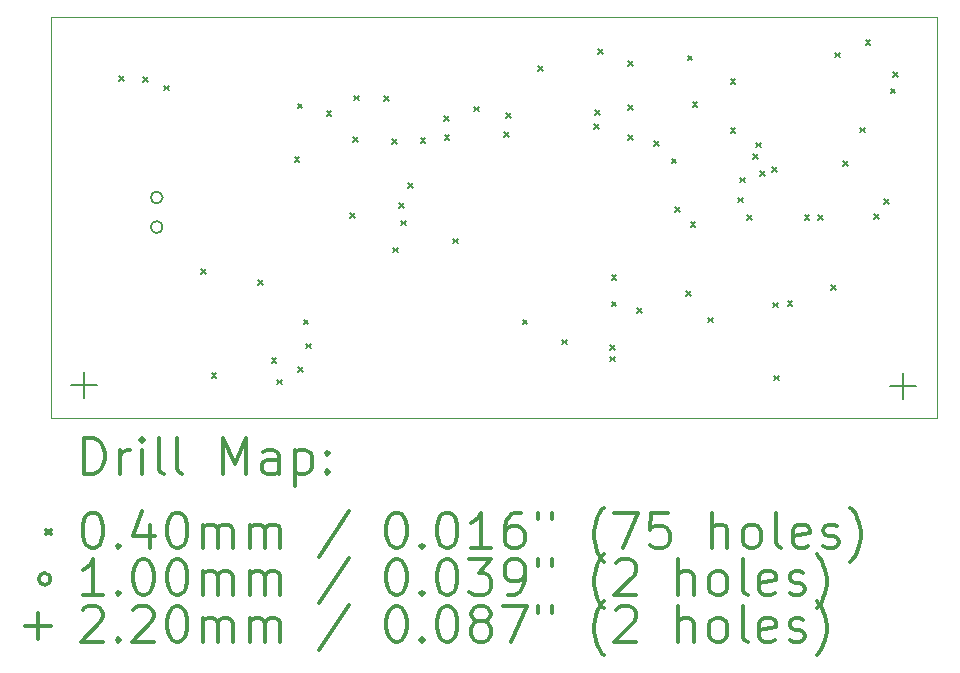
<source format=gbr>
%FSLAX45Y45*%
G04 Gerber Fmt 4.5, Leading zero omitted, Abs format (unit mm)*
G04 Created by KiCad (PCBNEW (5.1.5-0-10_14)) date 2020-09-24 22:33:03*
%MOMM*%
%LPD*%
G04 APERTURE LIST*
%TA.AperFunction,Profile*%
%ADD10C,0.100000*%
%TD*%
%ADD11C,0.200000*%
%ADD12C,0.300000*%
G04 APERTURE END LIST*
D10*
X3000000Y-2000000D02*
X10500000Y-2000000D01*
X3000000Y-5400000D02*
X3000000Y-2000000D01*
X10500000Y-5400000D02*
X3000000Y-5400000D01*
X10500000Y-2000000D02*
X10500000Y-5400000D01*
D11*
X3574090Y-2505530D02*
X3614090Y-2545530D01*
X3614090Y-2505530D02*
X3574090Y-2545530D01*
X3776220Y-2512330D02*
X3816220Y-2552330D01*
X3816220Y-2512330D02*
X3776220Y-2552330D01*
X3955170Y-2585430D02*
X3995170Y-2625430D01*
X3995170Y-2585430D02*
X3955170Y-2625430D01*
X4266440Y-4137590D02*
X4306440Y-4177590D01*
X4306440Y-4137590D02*
X4266440Y-4177590D01*
X4358060Y-5016000D02*
X4398060Y-5056000D01*
X4398060Y-5016000D02*
X4358060Y-5056000D01*
X4750930Y-4229730D02*
X4790930Y-4269730D01*
X4790930Y-4229730D02*
X4750930Y-4269730D01*
X4867210Y-4889270D02*
X4907210Y-4929270D01*
X4907210Y-4889270D02*
X4867210Y-4929270D01*
X4915120Y-5073200D02*
X4955120Y-5113200D01*
X4955120Y-5073200D02*
X4915120Y-5113200D01*
X5059960Y-3189650D02*
X5099960Y-3229650D01*
X5099960Y-3189650D02*
X5059960Y-3229650D01*
X5085270Y-2736720D02*
X5125270Y-2776720D01*
X5125270Y-2736720D02*
X5085270Y-2776720D01*
X5091440Y-4967500D02*
X5131440Y-5007500D01*
X5131440Y-4967500D02*
X5091440Y-5007500D01*
X5136150Y-4564840D02*
X5176150Y-4604840D01*
X5176150Y-4564840D02*
X5136150Y-4604840D01*
X5161170Y-4769160D02*
X5201170Y-4809160D01*
X5201170Y-4769160D02*
X5161170Y-4809160D01*
X5332580Y-2800210D02*
X5372580Y-2840210D01*
X5372580Y-2800210D02*
X5332580Y-2840210D01*
X5530750Y-3666960D02*
X5570750Y-3706960D01*
X5570750Y-3666960D02*
X5530750Y-3706960D01*
X5556510Y-3020440D02*
X5596510Y-3060440D01*
X5596510Y-3020440D02*
X5556510Y-3060440D01*
X5566650Y-2669880D02*
X5606650Y-2709880D01*
X5606650Y-2669880D02*
X5566650Y-2709880D01*
X5820190Y-2672880D02*
X5860190Y-2712880D01*
X5860190Y-2672880D02*
X5820190Y-2712880D01*
X5884210Y-3037090D02*
X5924210Y-3077090D01*
X5924210Y-3037090D02*
X5884210Y-3077090D01*
X5893387Y-3955919D02*
X5933387Y-3995919D01*
X5933387Y-3955919D02*
X5893387Y-3995919D01*
X5942971Y-3582011D02*
X5982971Y-3622011D01*
X5982971Y-3582011D02*
X5942971Y-3622011D01*
X5965151Y-3727012D02*
X6005151Y-3767012D01*
X6005151Y-3727012D02*
X5965151Y-3767012D01*
X6019470Y-3409650D02*
X6059470Y-3449650D01*
X6059470Y-3409650D02*
X6019470Y-3449650D01*
X6127740Y-3032050D02*
X6167740Y-3072050D01*
X6167740Y-3032050D02*
X6127740Y-3072050D01*
X6327320Y-2840010D02*
X6367320Y-2880010D01*
X6367320Y-2840010D02*
X6327320Y-2880010D01*
X6331560Y-3006650D02*
X6371560Y-3046650D01*
X6371560Y-3006650D02*
X6331560Y-3046650D01*
X6405590Y-3879590D02*
X6445590Y-3919590D01*
X6445590Y-3879590D02*
X6405590Y-3919590D01*
X6581310Y-2763610D02*
X6621310Y-2803610D01*
X6621310Y-2763610D02*
X6581310Y-2803610D01*
X6836170Y-2980930D02*
X6876170Y-3020930D01*
X6876170Y-2980930D02*
X6836170Y-3020930D01*
X6852970Y-2820500D02*
X6892970Y-2860500D01*
X6892970Y-2820500D02*
X6852970Y-2860500D01*
X6991470Y-4566430D02*
X7031470Y-4606430D01*
X7031470Y-4566430D02*
X6991470Y-4606430D01*
X7122680Y-2420600D02*
X7162680Y-2460600D01*
X7162680Y-2420600D02*
X7122680Y-2460600D01*
X7324193Y-4734998D02*
X7364193Y-4774998D01*
X7364193Y-4734998D02*
X7324193Y-4774998D01*
X7599470Y-2913390D02*
X7639470Y-2953390D01*
X7639470Y-2913390D02*
X7599470Y-2953390D01*
X7605780Y-2792400D02*
X7645780Y-2832400D01*
X7645780Y-2792400D02*
X7605780Y-2832400D01*
X7630680Y-2278700D02*
X7670680Y-2318700D01*
X7670680Y-2278700D02*
X7630680Y-2318700D01*
X7730000Y-4780000D02*
X7770000Y-4820000D01*
X7770000Y-4780000D02*
X7730000Y-4820000D01*
X7730000Y-4880000D02*
X7770000Y-4920000D01*
X7770000Y-4880000D02*
X7730000Y-4920000D01*
X7744210Y-4414390D02*
X7784210Y-4454390D01*
X7784210Y-4414390D02*
X7744210Y-4454390D01*
X7745370Y-4188190D02*
X7785370Y-4228190D01*
X7785370Y-4188190D02*
X7745370Y-4228190D01*
X7882520Y-2749560D02*
X7922520Y-2789560D01*
X7922520Y-2749560D02*
X7882520Y-2789560D01*
X7884000Y-3005860D02*
X7924000Y-3045860D01*
X7924000Y-3005860D02*
X7884000Y-3045860D01*
X7884680Y-2375570D02*
X7924680Y-2415570D01*
X7924680Y-2375570D02*
X7884680Y-2415570D01*
X7958910Y-4467510D02*
X7998910Y-4507510D01*
X7998910Y-4467510D02*
X7958910Y-4507510D01*
X8103030Y-3051830D02*
X8143030Y-3091830D01*
X8143030Y-3051830D02*
X8103030Y-3091830D01*
X8253710Y-3202510D02*
X8293710Y-3242510D01*
X8293710Y-3202510D02*
X8253710Y-3242510D01*
X8285510Y-3613500D02*
X8325510Y-3653500D01*
X8325510Y-3613500D02*
X8285510Y-3653500D01*
X8374570Y-4322630D02*
X8414570Y-4362630D01*
X8414570Y-4322630D02*
X8374570Y-4362630D01*
X8388630Y-2330540D02*
X8428630Y-2370540D01*
X8428630Y-2330540D02*
X8388630Y-2370540D01*
X8412560Y-3740500D02*
X8452560Y-3780500D01*
X8452560Y-3740500D02*
X8412560Y-3780500D01*
X8431530Y-2724500D02*
X8471530Y-2764500D01*
X8471530Y-2724500D02*
X8431530Y-2764500D01*
X8559270Y-4550080D02*
X8599270Y-4590080D01*
X8599270Y-4550080D02*
X8559270Y-4590080D01*
X8752190Y-2526910D02*
X8792190Y-2566910D01*
X8792190Y-2526910D02*
X8752190Y-2566910D01*
X8752280Y-2945130D02*
X8792280Y-2985130D01*
X8792280Y-2945130D02*
X8752280Y-2985130D01*
X8814640Y-3532250D02*
X8854640Y-3572250D01*
X8854640Y-3532250D02*
X8814640Y-3572250D01*
X8831470Y-3364020D02*
X8871470Y-3404020D01*
X8871470Y-3364020D02*
X8831470Y-3404020D01*
X8890400Y-3678690D02*
X8930400Y-3718690D01*
X8930400Y-3678690D02*
X8890400Y-3718690D01*
X8942640Y-3167400D02*
X8982640Y-3207400D01*
X8982640Y-3167400D02*
X8942640Y-3207400D01*
X8966620Y-3067100D02*
X9006620Y-3107100D01*
X9006620Y-3067100D02*
X8966620Y-3107100D01*
X9003520Y-3311690D02*
X9043520Y-3351690D01*
X9043520Y-3311690D02*
X9003520Y-3351690D01*
X9103560Y-3274070D02*
X9143560Y-3314070D01*
X9143560Y-3274070D02*
X9103560Y-3314070D01*
X9110710Y-4422250D02*
X9150710Y-4462250D01*
X9150710Y-4422250D02*
X9110710Y-4462250D01*
X9120580Y-5040870D02*
X9160580Y-5080870D01*
X9160580Y-5040870D02*
X9120580Y-5080870D01*
X9234900Y-4407300D02*
X9274900Y-4447300D01*
X9274900Y-4407300D02*
X9234900Y-4447300D01*
X9378500Y-3678130D02*
X9418500Y-3718130D01*
X9418500Y-3678130D02*
X9378500Y-3718130D01*
X9490280Y-3679650D02*
X9530280Y-3719650D01*
X9530280Y-3679650D02*
X9490280Y-3719650D01*
X9601400Y-4272290D02*
X9641400Y-4312290D01*
X9641400Y-4272290D02*
X9601400Y-4312290D01*
X9635700Y-2306360D02*
X9675700Y-2346360D01*
X9675700Y-2306360D02*
X9635700Y-2346360D01*
X9705170Y-3223990D02*
X9745170Y-3263990D01*
X9745170Y-3223990D02*
X9705170Y-3263990D01*
X9846540Y-2940540D02*
X9886540Y-2980540D01*
X9886540Y-2940540D02*
X9846540Y-2980540D01*
X9896330Y-2197930D02*
X9936330Y-2237930D01*
X9936330Y-2197930D02*
X9896330Y-2237930D01*
X9969610Y-3671590D02*
X10009610Y-3711590D01*
X10009610Y-3671590D02*
X9969610Y-3711590D01*
X10051760Y-3548580D02*
X10091760Y-3588580D01*
X10091760Y-3548580D02*
X10051760Y-3588580D01*
X10106130Y-2611250D02*
X10146130Y-2651250D01*
X10146130Y-2611250D02*
X10106130Y-2651250D01*
X10130540Y-2470500D02*
X10170540Y-2510500D01*
X10170540Y-2470500D02*
X10130540Y-2510500D01*
X3943000Y-3532000D02*
G75*
G03X3943000Y-3532000I-50000J0D01*
G01*
X3943000Y-3782000D02*
G75*
G03X3943000Y-3782000I-50000J0D01*
G01*
X10213000Y-5015000D02*
X10213000Y-5235000D01*
X10103000Y-5125000D02*
X10323000Y-5125000D01*
X3276000Y-5007000D02*
X3276000Y-5227000D01*
X3166000Y-5117000D02*
X3386000Y-5117000D01*
D12*
X3281428Y-5870714D02*
X3281428Y-5570714D01*
X3352857Y-5570714D01*
X3395714Y-5585000D01*
X3424286Y-5613571D01*
X3438571Y-5642143D01*
X3452857Y-5699286D01*
X3452857Y-5742143D01*
X3438571Y-5799286D01*
X3424286Y-5827857D01*
X3395714Y-5856429D01*
X3352857Y-5870714D01*
X3281428Y-5870714D01*
X3581428Y-5870714D02*
X3581428Y-5670714D01*
X3581428Y-5727857D02*
X3595714Y-5699286D01*
X3610000Y-5685000D01*
X3638571Y-5670714D01*
X3667143Y-5670714D01*
X3767143Y-5870714D02*
X3767143Y-5670714D01*
X3767143Y-5570714D02*
X3752857Y-5585000D01*
X3767143Y-5599286D01*
X3781428Y-5585000D01*
X3767143Y-5570714D01*
X3767143Y-5599286D01*
X3952857Y-5870714D02*
X3924286Y-5856429D01*
X3910000Y-5827857D01*
X3910000Y-5570714D01*
X4110000Y-5870714D02*
X4081428Y-5856429D01*
X4067143Y-5827857D01*
X4067143Y-5570714D01*
X4452857Y-5870714D02*
X4452857Y-5570714D01*
X4552857Y-5785000D01*
X4652857Y-5570714D01*
X4652857Y-5870714D01*
X4924286Y-5870714D02*
X4924286Y-5713571D01*
X4910000Y-5685000D01*
X4881428Y-5670714D01*
X4824286Y-5670714D01*
X4795714Y-5685000D01*
X4924286Y-5856429D02*
X4895714Y-5870714D01*
X4824286Y-5870714D01*
X4795714Y-5856429D01*
X4781428Y-5827857D01*
X4781428Y-5799286D01*
X4795714Y-5770714D01*
X4824286Y-5756429D01*
X4895714Y-5756429D01*
X4924286Y-5742143D01*
X5067143Y-5670714D02*
X5067143Y-5970714D01*
X5067143Y-5685000D02*
X5095714Y-5670714D01*
X5152857Y-5670714D01*
X5181428Y-5685000D01*
X5195714Y-5699286D01*
X5210000Y-5727857D01*
X5210000Y-5813571D01*
X5195714Y-5842143D01*
X5181428Y-5856429D01*
X5152857Y-5870714D01*
X5095714Y-5870714D01*
X5067143Y-5856429D01*
X5338571Y-5842143D02*
X5352857Y-5856429D01*
X5338571Y-5870714D01*
X5324286Y-5856429D01*
X5338571Y-5842143D01*
X5338571Y-5870714D01*
X5338571Y-5685000D02*
X5352857Y-5699286D01*
X5338571Y-5713571D01*
X5324286Y-5699286D01*
X5338571Y-5685000D01*
X5338571Y-5713571D01*
X2955000Y-6345000D02*
X2995000Y-6385000D01*
X2995000Y-6345000D02*
X2955000Y-6385000D01*
X3338571Y-6200714D02*
X3367143Y-6200714D01*
X3395714Y-6215000D01*
X3410000Y-6229286D01*
X3424286Y-6257857D01*
X3438571Y-6315000D01*
X3438571Y-6386429D01*
X3424286Y-6443571D01*
X3410000Y-6472143D01*
X3395714Y-6486429D01*
X3367143Y-6500714D01*
X3338571Y-6500714D01*
X3310000Y-6486429D01*
X3295714Y-6472143D01*
X3281428Y-6443571D01*
X3267143Y-6386429D01*
X3267143Y-6315000D01*
X3281428Y-6257857D01*
X3295714Y-6229286D01*
X3310000Y-6215000D01*
X3338571Y-6200714D01*
X3567143Y-6472143D02*
X3581428Y-6486429D01*
X3567143Y-6500714D01*
X3552857Y-6486429D01*
X3567143Y-6472143D01*
X3567143Y-6500714D01*
X3838571Y-6300714D02*
X3838571Y-6500714D01*
X3767143Y-6186429D02*
X3695714Y-6400714D01*
X3881428Y-6400714D01*
X4052857Y-6200714D02*
X4081428Y-6200714D01*
X4110000Y-6215000D01*
X4124286Y-6229286D01*
X4138571Y-6257857D01*
X4152857Y-6315000D01*
X4152857Y-6386429D01*
X4138571Y-6443571D01*
X4124286Y-6472143D01*
X4110000Y-6486429D01*
X4081428Y-6500714D01*
X4052857Y-6500714D01*
X4024286Y-6486429D01*
X4010000Y-6472143D01*
X3995714Y-6443571D01*
X3981428Y-6386429D01*
X3981428Y-6315000D01*
X3995714Y-6257857D01*
X4010000Y-6229286D01*
X4024286Y-6215000D01*
X4052857Y-6200714D01*
X4281428Y-6500714D02*
X4281428Y-6300714D01*
X4281428Y-6329286D02*
X4295714Y-6315000D01*
X4324286Y-6300714D01*
X4367143Y-6300714D01*
X4395714Y-6315000D01*
X4410000Y-6343571D01*
X4410000Y-6500714D01*
X4410000Y-6343571D02*
X4424286Y-6315000D01*
X4452857Y-6300714D01*
X4495714Y-6300714D01*
X4524286Y-6315000D01*
X4538571Y-6343571D01*
X4538571Y-6500714D01*
X4681428Y-6500714D02*
X4681428Y-6300714D01*
X4681428Y-6329286D02*
X4695714Y-6315000D01*
X4724286Y-6300714D01*
X4767143Y-6300714D01*
X4795714Y-6315000D01*
X4810000Y-6343571D01*
X4810000Y-6500714D01*
X4810000Y-6343571D02*
X4824286Y-6315000D01*
X4852857Y-6300714D01*
X4895714Y-6300714D01*
X4924286Y-6315000D01*
X4938571Y-6343571D01*
X4938571Y-6500714D01*
X5524286Y-6186429D02*
X5267143Y-6572143D01*
X5910000Y-6200714D02*
X5938571Y-6200714D01*
X5967143Y-6215000D01*
X5981428Y-6229286D01*
X5995714Y-6257857D01*
X6010000Y-6315000D01*
X6010000Y-6386429D01*
X5995714Y-6443571D01*
X5981428Y-6472143D01*
X5967143Y-6486429D01*
X5938571Y-6500714D01*
X5910000Y-6500714D01*
X5881428Y-6486429D01*
X5867143Y-6472143D01*
X5852857Y-6443571D01*
X5838571Y-6386429D01*
X5838571Y-6315000D01*
X5852857Y-6257857D01*
X5867143Y-6229286D01*
X5881428Y-6215000D01*
X5910000Y-6200714D01*
X6138571Y-6472143D02*
X6152857Y-6486429D01*
X6138571Y-6500714D01*
X6124286Y-6486429D01*
X6138571Y-6472143D01*
X6138571Y-6500714D01*
X6338571Y-6200714D02*
X6367143Y-6200714D01*
X6395714Y-6215000D01*
X6410000Y-6229286D01*
X6424286Y-6257857D01*
X6438571Y-6315000D01*
X6438571Y-6386429D01*
X6424286Y-6443571D01*
X6410000Y-6472143D01*
X6395714Y-6486429D01*
X6367143Y-6500714D01*
X6338571Y-6500714D01*
X6310000Y-6486429D01*
X6295714Y-6472143D01*
X6281428Y-6443571D01*
X6267143Y-6386429D01*
X6267143Y-6315000D01*
X6281428Y-6257857D01*
X6295714Y-6229286D01*
X6310000Y-6215000D01*
X6338571Y-6200714D01*
X6724286Y-6500714D02*
X6552857Y-6500714D01*
X6638571Y-6500714D02*
X6638571Y-6200714D01*
X6610000Y-6243571D01*
X6581428Y-6272143D01*
X6552857Y-6286429D01*
X6981428Y-6200714D02*
X6924286Y-6200714D01*
X6895714Y-6215000D01*
X6881428Y-6229286D01*
X6852857Y-6272143D01*
X6838571Y-6329286D01*
X6838571Y-6443571D01*
X6852857Y-6472143D01*
X6867143Y-6486429D01*
X6895714Y-6500714D01*
X6952857Y-6500714D01*
X6981428Y-6486429D01*
X6995714Y-6472143D01*
X7010000Y-6443571D01*
X7010000Y-6372143D01*
X6995714Y-6343571D01*
X6981428Y-6329286D01*
X6952857Y-6315000D01*
X6895714Y-6315000D01*
X6867143Y-6329286D01*
X6852857Y-6343571D01*
X6838571Y-6372143D01*
X7124286Y-6200714D02*
X7124286Y-6257857D01*
X7238571Y-6200714D02*
X7238571Y-6257857D01*
X7681428Y-6615000D02*
X7667143Y-6600714D01*
X7638571Y-6557857D01*
X7624286Y-6529286D01*
X7610000Y-6486429D01*
X7595714Y-6415000D01*
X7595714Y-6357857D01*
X7610000Y-6286429D01*
X7624286Y-6243571D01*
X7638571Y-6215000D01*
X7667143Y-6172143D01*
X7681428Y-6157857D01*
X7767143Y-6200714D02*
X7967143Y-6200714D01*
X7838571Y-6500714D01*
X8224286Y-6200714D02*
X8081428Y-6200714D01*
X8067143Y-6343571D01*
X8081428Y-6329286D01*
X8110000Y-6315000D01*
X8181428Y-6315000D01*
X8210000Y-6329286D01*
X8224286Y-6343571D01*
X8238571Y-6372143D01*
X8238571Y-6443571D01*
X8224286Y-6472143D01*
X8210000Y-6486429D01*
X8181428Y-6500714D01*
X8110000Y-6500714D01*
X8081428Y-6486429D01*
X8067143Y-6472143D01*
X8595714Y-6500714D02*
X8595714Y-6200714D01*
X8724286Y-6500714D02*
X8724286Y-6343571D01*
X8710000Y-6315000D01*
X8681428Y-6300714D01*
X8638571Y-6300714D01*
X8610000Y-6315000D01*
X8595714Y-6329286D01*
X8910000Y-6500714D02*
X8881428Y-6486429D01*
X8867143Y-6472143D01*
X8852857Y-6443571D01*
X8852857Y-6357857D01*
X8867143Y-6329286D01*
X8881428Y-6315000D01*
X8910000Y-6300714D01*
X8952857Y-6300714D01*
X8981428Y-6315000D01*
X8995714Y-6329286D01*
X9010000Y-6357857D01*
X9010000Y-6443571D01*
X8995714Y-6472143D01*
X8981428Y-6486429D01*
X8952857Y-6500714D01*
X8910000Y-6500714D01*
X9181428Y-6500714D02*
X9152857Y-6486429D01*
X9138571Y-6457857D01*
X9138571Y-6200714D01*
X9410000Y-6486429D02*
X9381428Y-6500714D01*
X9324286Y-6500714D01*
X9295714Y-6486429D01*
X9281428Y-6457857D01*
X9281428Y-6343571D01*
X9295714Y-6315000D01*
X9324286Y-6300714D01*
X9381428Y-6300714D01*
X9410000Y-6315000D01*
X9424286Y-6343571D01*
X9424286Y-6372143D01*
X9281428Y-6400714D01*
X9538571Y-6486429D02*
X9567143Y-6500714D01*
X9624286Y-6500714D01*
X9652857Y-6486429D01*
X9667143Y-6457857D01*
X9667143Y-6443571D01*
X9652857Y-6415000D01*
X9624286Y-6400714D01*
X9581428Y-6400714D01*
X9552857Y-6386429D01*
X9538571Y-6357857D01*
X9538571Y-6343571D01*
X9552857Y-6315000D01*
X9581428Y-6300714D01*
X9624286Y-6300714D01*
X9652857Y-6315000D01*
X9767143Y-6615000D02*
X9781428Y-6600714D01*
X9810000Y-6557857D01*
X9824286Y-6529286D01*
X9838571Y-6486429D01*
X9852857Y-6415000D01*
X9852857Y-6357857D01*
X9838571Y-6286429D01*
X9824286Y-6243571D01*
X9810000Y-6215000D01*
X9781428Y-6172143D01*
X9767143Y-6157857D01*
X2995000Y-6761000D02*
G75*
G03X2995000Y-6761000I-50000J0D01*
G01*
X3438571Y-6896714D02*
X3267143Y-6896714D01*
X3352857Y-6896714D02*
X3352857Y-6596714D01*
X3324286Y-6639571D01*
X3295714Y-6668143D01*
X3267143Y-6682429D01*
X3567143Y-6868143D02*
X3581428Y-6882429D01*
X3567143Y-6896714D01*
X3552857Y-6882429D01*
X3567143Y-6868143D01*
X3567143Y-6896714D01*
X3767143Y-6596714D02*
X3795714Y-6596714D01*
X3824286Y-6611000D01*
X3838571Y-6625286D01*
X3852857Y-6653857D01*
X3867143Y-6711000D01*
X3867143Y-6782429D01*
X3852857Y-6839571D01*
X3838571Y-6868143D01*
X3824286Y-6882429D01*
X3795714Y-6896714D01*
X3767143Y-6896714D01*
X3738571Y-6882429D01*
X3724286Y-6868143D01*
X3710000Y-6839571D01*
X3695714Y-6782429D01*
X3695714Y-6711000D01*
X3710000Y-6653857D01*
X3724286Y-6625286D01*
X3738571Y-6611000D01*
X3767143Y-6596714D01*
X4052857Y-6596714D02*
X4081428Y-6596714D01*
X4110000Y-6611000D01*
X4124286Y-6625286D01*
X4138571Y-6653857D01*
X4152857Y-6711000D01*
X4152857Y-6782429D01*
X4138571Y-6839571D01*
X4124286Y-6868143D01*
X4110000Y-6882429D01*
X4081428Y-6896714D01*
X4052857Y-6896714D01*
X4024286Y-6882429D01*
X4010000Y-6868143D01*
X3995714Y-6839571D01*
X3981428Y-6782429D01*
X3981428Y-6711000D01*
X3995714Y-6653857D01*
X4010000Y-6625286D01*
X4024286Y-6611000D01*
X4052857Y-6596714D01*
X4281428Y-6896714D02*
X4281428Y-6696714D01*
X4281428Y-6725286D02*
X4295714Y-6711000D01*
X4324286Y-6696714D01*
X4367143Y-6696714D01*
X4395714Y-6711000D01*
X4410000Y-6739571D01*
X4410000Y-6896714D01*
X4410000Y-6739571D02*
X4424286Y-6711000D01*
X4452857Y-6696714D01*
X4495714Y-6696714D01*
X4524286Y-6711000D01*
X4538571Y-6739571D01*
X4538571Y-6896714D01*
X4681428Y-6896714D02*
X4681428Y-6696714D01*
X4681428Y-6725286D02*
X4695714Y-6711000D01*
X4724286Y-6696714D01*
X4767143Y-6696714D01*
X4795714Y-6711000D01*
X4810000Y-6739571D01*
X4810000Y-6896714D01*
X4810000Y-6739571D02*
X4824286Y-6711000D01*
X4852857Y-6696714D01*
X4895714Y-6696714D01*
X4924286Y-6711000D01*
X4938571Y-6739571D01*
X4938571Y-6896714D01*
X5524286Y-6582429D02*
X5267143Y-6968143D01*
X5910000Y-6596714D02*
X5938571Y-6596714D01*
X5967143Y-6611000D01*
X5981428Y-6625286D01*
X5995714Y-6653857D01*
X6010000Y-6711000D01*
X6010000Y-6782429D01*
X5995714Y-6839571D01*
X5981428Y-6868143D01*
X5967143Y-6882429D01*
X5938571Y-6896714D01*
X5910000Y-6896714D01*
X5881428Y-6882429D01*
X5867143Y-6868143D01*
X5852857Y-6839571D01*
X5838571Y-6782429D01*
X5838571Y-6711000D01*
X5852857Y-6653857D01*
X5867143Y-6625286D01*
X5881428Y-6611000D01*
X5910000Y-6596714D01*
X6138571Y-6868143D02*
X6152857Y-6882429D01*
X6138571Y-6896714D01*
X6124286Y-6882429D01*
X6138571Y-6868143D01*
X6138571Y-6896714D01*
X6338571Y-6596714D02*
X6367143Y-6596714D01*
X6395714Y-6611000D01*
X6410000Y-6625286D01*
X6424286Y-6653857D01*
X6438571Y-6711000D01*
X6438571Y-6782429D01*
X6424286Y-6839571D01*
X6410000Y-6868143D01*
X6395714Y-6882429D01*
X6367143Y-6896714D01*
X6338571Y-6896714D01*
X6310000Y-6882429D01*
X6295714Y-6868143D01*
X6281428Y-6839571D01*
X6267143Y-6782429D01*
X6267143Y-6711000D01*
X6281428Y-6653857D01*
X6295714Y-6625286D01*
X6310000Y-6611000D01*
X6338571Y-6596714D01*
X6538571Y-6596714D02*
X6724286Y-6596714D01*
X6624286Y-6711000D01*
X6667143Y-6711000D01*
X6695714Y-6725286D01*
X6710000Y-6739571D01*
X6724286Y-6768143D01*
X6724286Y-6839571D01*
X6710000Y-6868143D01*
X6695714Y-6882429D01*
X6667143Y-6896714D01*
X6581428Y-6896714D01*
X6552857Y-6882429D01*
X6538571Y-6868143D01*
X6867143Y-6896714D02*
X6924286Y-6896714D01*
X6952857Y-6882429D01*
X6967143Y-6868143D01*
X6995714Y-6825286D01*
X7010000Y-6768143D01*
X7010000Y-6653857D01*
X6995714Y-6625286D01*
X6981428Y-6611000D01*
X6952857Y-6596714D01*
X6895714Y-6596714D01*
X6867143Y-6611000D01*
X6852857Y-6625286D01*
X6838571Y-6653857D01*
X6838571Y-6725286D01*
X6852857Y-6753857D01*
X6867143Y-6768143D01*
X6895714Y-6782429D01*
X6952857Y-6782429D01*
X6981428Y-6768143D01*
X6995714Y-6753857D01*
X7010000Y-6725286D01*
X7124286Y-6596714D02*
X7124286Y-6653857D01*
X7238571Y-6596714D02*
X7238571Y-6653857D01*
X7681428Y-7011000D02*
X7667143Y-6996714D01*
X7638571Y-6953857D01*
X7624286Y-6925286D01*
X7610000Y-6882429D01*
X7595714Y-6811000D01*
X7595714Y-6753857D01*
X7610000Y-6682429D01*
X7624286Y-6639571D01*
X7638571Y-6611000D01*
X7667143Y-6568143D01*
X7681428Y-6553857D01*
X7781428Y-6625286D02*
X7795714Y-6611000D01*
X7824286Y-6596714D01*
X7895714Y-6596714D01*
X7924286Y-6611000D01*
X7938571Y-6625286D01*
X7952857Y-6653857D01*
X7952857Y-6682429D01*
X7938571Y-6725286D01*
X7767143Y-6896714D01*
X7952857Y-6896714D01*
X8310000Y-6896714D02*
X8310000Y-6596714D01*
X8438571Y-6896714D02*
X8438571Y-6739571D01*
X8424286Y-6711000D01*
X8395714Y-6696714D01*
X8352857Y-6696714D01*
X8324286Y-6711000D01*
X8310000Y-6725286D01*
X8624286Y-6896714D02*
X8595714Y-6882429D01*
X8581428Y-6868143D01*
X8567143Y-6839571D01*
X8567143Y-6753857D01*
X8581428Y-6725286D01*
X8595714Y-6711000D01*
X8624286Y-6696714D01*
X8667143Y-6696714D01*
X8695714Y-6711000D01*
X8710000Y-6725286D01*
X8724286Y-6753857D01*
X8724286Y-6839571D01*
X8710000Y-6868143D01*
X8695714Y-6882429D01*
X8667143Y-6896714D01*
X8624286Y-6896714D01*
X8895714Y-6896714D02*
X8867143Y-6882429D01*
X8852857Y-6853857D01*
X8852857Y-6596714D01*
X9124286Y-6882429D02*
X9095714Y-6896714D01*
X9038571Y-6896714D01*
X9010000Y-6882429D01*
X8995714Y-6853857D01*
X8995714Y-6739571D01*
X9010000Y-6711000D01*
X9038571Y-6696714D01*
X9095714Y-6696714D01*
X9124286Y-6711000D01*
X9138571Y-6739571D01*
X9138571Y-6768143D01*
X8995714Y-6796714D01*
X9252857Y-6882429D02*
X9281428Y-6896714D01*
X9338571Y-6896714D01*
X9367143Y-6882429D01*
X9381428Y-6853857D01*
X9381428Y-6839571D01*
X9367143Y-6811000D01*
X9338571Y-6796714D01*
X9295714Y-6796714D01*
X9267143Y-6782429D01*
X9252857Y-6753857D01*
X9252857Y-6739571D01*
X9267143Y-6711000D01*
X9295714Y-6696714D01*
X9338571Y-6696714D01*
X9367143Y-6711000D01*
X9481428Y-7011000D02*
X9495714Y-6996714D01*
X9524286Y-6953857D01*
X9538571Y-6925286D01*
X9552857Y-6882429D01*
X9567143Y-6811000D01*
X9567143Y-6753857D01*
X9552857Y-6682429D01*
X9538571Y-6639571D01*
X9524286Y-6611000D01*
X9495714Y-6568143D01*
X9481428Y-6553857D01*
X2885000Y-7047000D02*
X2885000Y-7267000D01*
X2775000Y-7157000D02*
X2995000Y-7157000D01*
X3267143Y-7021286D02*
X3281428Y-7007000D01*
X3310000Y-6992714D01*
X3381428Y-6992714D01*
X3410000Y-7007000D01*
X3424286Y-7021286D01*
X3438571Y-7049857D01*
X3438571Y-7078429D01*
X3424286Y-7121286D01*
X3252857Y-7292714D01*
X3438571Y-7292714D01*
X3567143Y-7264143D02*
X3581428Y-7278429D01*
X3567143Y-7292714D01*
X3552857Y-7278429D01*
X3567143Y-7264143D01*
X3567143Y-7292714D01*
X3695714Y-7021286D02*
X3710000Y-7007000D01*
X3738571Y-6992714D01*
X3810000Y-6992714D01*
X3838571Y-7007000D01*
X3852857Y-7021286D01*
X3867143Y-7049857D01*
X3867143Y-7078429D01*
X3852857Y-7121286D01*
X3681428Y-7292714D01*
X3867143Y-7292714D01*
X4052857Y-6992714D02*
X4081428Y-6992714D01*
X4110000Y-7007000D01*
X4124286Y-7021286D01*
X4138571Y-7049857D01*
X4152857Y-7107000D01*
X4152857Y-7178429D01*
X4138571Y-7235571D01*
X4124286Y-7264143D01*
X4110000Y-7278429D01*
X4081428Y-7292714D01*
X4052857Y-7292714D01*
X4024286Y-7278429D01*
X4010000Y-7264143D01*
X3995714Y-7235571D01*
X3981428Y-7178429D01*
X3981428Y-7107000D01*
X3995714Y-7049857D01*
X4010000Y-7021286D01*
X4024286Y-7007000D01*
X4052857Y-6992714D01*
X4281428Y-7292714D02*
X4281428Y-7092714D01*
X4281428Y-7121286D02*
X4295714Y-7107000D01*
X4324286Y-7092714D01*
X4367143Y-7092714D01*
X4395714Y-7107000D01*
X4410000Y-7135571D01*
X4410000Y-7292714D01*
X4410000Y-7135571D02*
X4424286Y-7107000D01*
X4452857Y-7092714D01*
X4495714Y-7092714D01*
X4524286Y-7107000D01*
X4538571Y-7135571D01*
X4538571Y-7292714D01*
X4681428Y-7292714D02*
X4681428Y-7092714D01*
X4681428Y-7121286D02*
X4695714Y-7107000D01*
X4724286Y-7092714D01*
X4767143Y-7092714D01*
X4795714Y-7107000D01*
X4810000Y-7135571D01*
X4810000Y-7292714D01*
X4810000Y-7135571D02*
X4824286Y-7107000D01*
X4852857Y-7092714D01*
X4895714Y-7092714D01*
X4924286Y-7107000D01*
X4938571Y-7135571D01*
X4938571Y-7292714D01*
X5524286Y-6978429D02*
X5267143Y-7364143D01*
X5910000Y-6992714D02*
X5938571Y-6992714D01*
X5967143Y-7007000D01*
X5981428Y-7021286D01*
X5995714Y-7049857D01*
X6010000Y-7107000D01*
X6010000Y-7178429D01*
X5995714Y-7235571D01*
X5981428Y-7264143D01*
X5967143Y-7278429D01*
X5938571Y-7292714D01*
X5910000Y-7292714D01*
X5881428Y-7278429D01*
X5867143Y-7264143D01*
X5852857Y-7235571D01*
X5838571Y-7178429D01*
X5838571Y-7107000D01*
X5852857Y-7049857D01*
X5867143Y-7021286D01*
X5881428Y-7007000D01*
X5910000Y-6992714D01*
X6138571Y-7264143D02*
X6152857Y-7278429D01*
X6138571Y-7292714D01*
X6124286Y-7278429D01*
X6138571Y-7264143D01*
X6138571Y-7292714D01*
X6338571Y-6992714D02*
X6367143Y-6992714D01*
X6395714Y-7007000D01*
X6410000Y-7021286D01*
X6424286Y-7049857D01*
X6438571Y-7107000D01*
X6438571Y-7178429D01*
X6424286Y-7235571D01*
X6410000Y-7264143D01*
X6395714Y-7278429D01*
X6367143Y-7292714D01*
X6338571Y-7292714D01*
X6310000Y-7278429D01*
X6295714Y-7264143D01*
X6281428Y-7235571D01*
X6267143Y-7178429D01*
X6267143Y-7107000D01*
X6281428Y-7049857D01*
X6295714Y-7021286D01*
X6310000Y-7007000D01*
X6338571Y-6992714D01*
X6610000Y-7121286D02*
X6581428Y-7107000D01*
X6567143Y-7092714D01*
X6552857Y-7064143D01*
X6552857Y-7049857D01*
X6567143Y-7021286D01*
X6581428Y-7007000D01*
X6610000Y-6992714D01*
X6667143Y-6992714D01*
X6695714Y-7007000D01*
X6710000Y-7021286D01*
X6724286Y-7049857D01*
X6724286Y-7064143D01*
X6710000Y-7092714D01*
X6695714Y-7107000D01*
X6667143Y-7121286D01*
X6610000Y-7121286D01*
X6581428Y-7135571D01*
X6567143Y-7149857D01*
X6552857Y-7178429D01*
X6552857Y-7235571D01*
X6567143Y-7264143D01*
X6581428Y-7278429D01*
X6610000Y-7292714D01*
X6667143Y-7292714D01*
X6695714Y-7278429D01*
X6710000Y-7264143D01*
X6724286Y-7235571D01*
X6724286Y-7178429D01*
X6710000Y-7149857D01*
X6695714Y-7135571D01*
X6667143Y-7121286D01*
X6824286Y-6992714D02*
X7024286Y-6992714D01*
X6895714Y-7292714D01*
X7124286Y-6992714D02*
X7124286Y-7049857D01*
X7238571Y-6992714D02*
X7238571Y-7049857D01*
X7681428Y-7407000D02*
X7667143Y-7392714D01*
X7638571Y-7349857D01*
X7624286Y-7321286D01*
X7610000Y-7278429D01*
X7595714Y-7207000D01*
X7595714Y-7149857D01*
X7610000Y-7078429D01*
X7624286Y-7035571D01*
X7638571Y-7007000D01*
X7667143Y-6964143D01*
X7681428Y-6949857D01*
X7781428Y-7021286D02*
X7795714Y-7007000D01*
X7824286Y-6992714D01*
X7895714Y-6992714D01*
X7924286Y-7007000D01*
X7938571Y-7021286D01*
X7952857Y-7049857D01*
X7952857Y-7078429D01*
X7938571Y-7121286D01*
X7767143Y-7292714D01*
X7952857Y-7292714D01*
X8310000Y-7292714D02*
X8310000Y-6992714D01*
X8438571Y-7292714D02*
X8438571Y-7135571D01*
X8424286Y-7107000D01*
X8395714Y-7092714D01*
X8352857Y-7092714D01*
X8324286Y-7107000D01*
X8310000Y-7121286D01*
X8624286Y-7292714D02*
X8595714Y-7278429D01*
X8581428Y-7264143D01*
X8567143Y-7235571D01*
X8567143Y-7149857D01*
X8581428Y-7121286D01*
X8595714Y-7107000D01*
X8624286Y-7092714D01*
X8667143Y-7092714D01*
X8695714Y-7107000D01*
X8710000Y-7121286D01*
X8724286Y-7149857D01*
X8724286Y-7235571D01*
X8710000Y-7264143D01*
X8695714Y-7278429D01*
X8667143Y-7292714D01*
X8624286Y-7292714D01*
X8895714Y-7292714D02*
X8867143Y-7278429D01*
X8852857Y-7249857D01*
X8852857Y-6992714D01*
X9124286Y-7278429D02*
X9095714Y-7292714D01*
X9038571Y-7292714D01*
X9010000Y-7278429D01*
X8995714Y-7249857D01*
X8995714Y-7135571D01*
X9010000Y-7107000D01*
X9038571Y-7092714D01*
X9095714Y-7092714D01*
X9124286Y-7107000D01*
X9138571Y-7135571D01*
X9138571Y-7164143D01*
X8995714Y-7192714D01*
X9252857Y-7278429D02*
X9281428Y-7292714D01*
X9338571Y-7292714D01*
X9367143Y-7278429D01*
X9381428Y-7249857D01*
X9381428Y-7235571D01*
X9367143Y-7207000D01*
X9338571Y-7192714D01*
X9295714Y-7192714D01*
X9267143Y-7178429D01*
X9252857Y-7149857D01*
X9252857Y-7135571D01*
X9267143Y-7107000D01*
X9295714Y-7092714D01*
X9338571Y-7092714D01*
X9367143Y-7107000D01*
X9481428Y-7407000D02*
X9495714Y-7392714D01*
X9524286Y-7349857D01*
X9538571Y-7321286D01*
X9552857Y-7278429D01*
X9567143Y-7207000D01*
X9567143Y-7149857D01*
X9552857Y-7078429D01*
X9538571Y-7035571D01*
X9524286Y-7007000D01*
X9495714Y-6964143D01*
X9481428Y-6949857D01*
M02*

</source>
